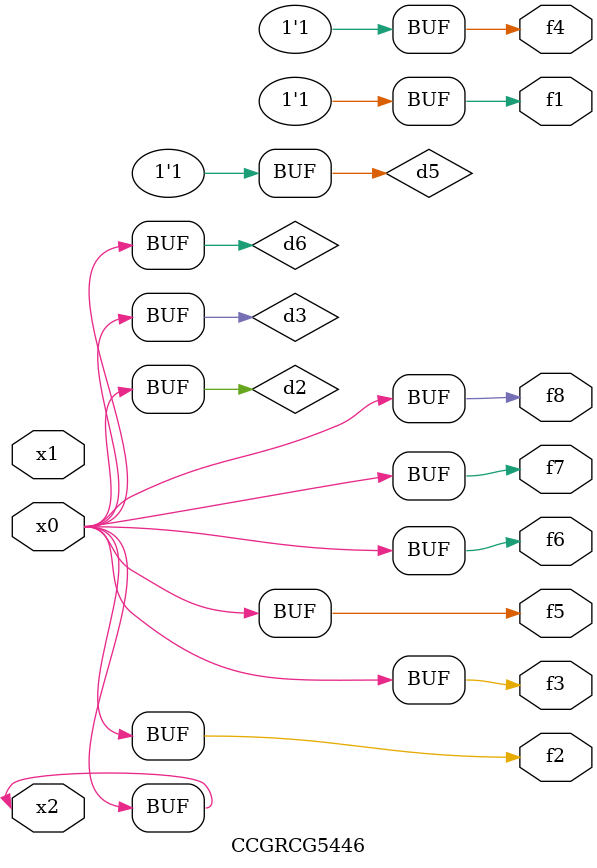
<source format=v>
module CCGRCG5446(
	input x0, x1, x2,
	output f1, f2, f3, f4, f5, f6, f7, f8
);

	wire d1, d2, d3, d4, d5, d6;

	xnor (d1, x2);
	buf (d2, x0, x2);
	and (d3, x0);
	xnor (d4, x1, x2);
	nand (d5, d1, d3);
	buf (d6, d2, d3);
	assign f1 = d5;
	assign f2 = d6;
	assign f3 = d6;
	assign f4 = d5;
	assign f5 = d6;
	assign f6 = d6;
	assign f7 = d6;
	assign f8 = d6;
endmodule

</source>
